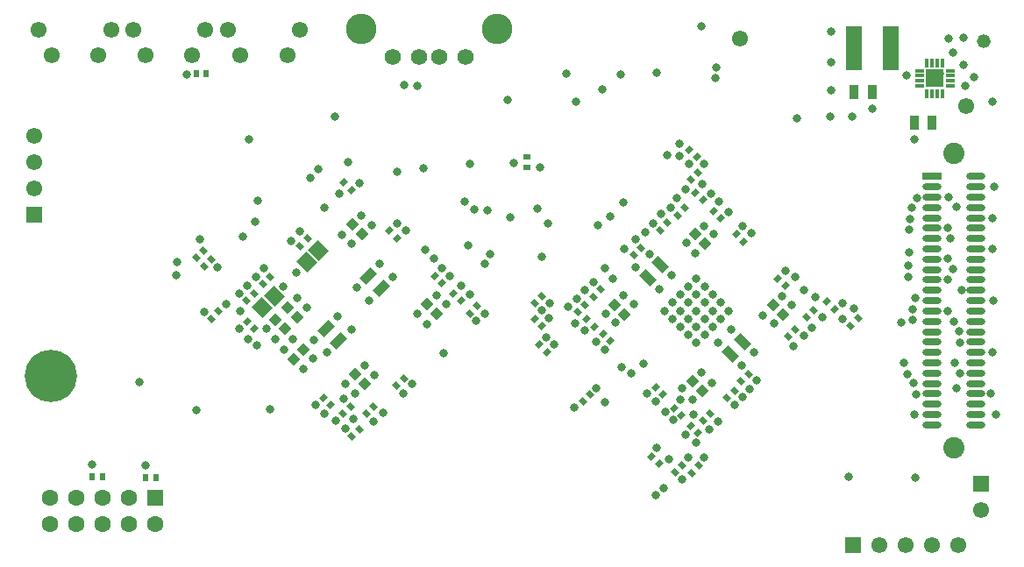
<source format=gbs>
G04*
G04 #@! TF.GenerationSoftware,Altium Limited,Altium Designer,19.1.8 (144)*
G04*
G04 Layer_Color=16711935*
%FSLAX44Y44*%
%MOMM*%
G71*
G01*
G75*
%ADD39R,0.6508X0.5508*%
%ADD40R,0.5508X0.6508*%
G04:AMPARAMS|DCode=45|XSize=0.5508mm|YSize=0.6508mm|CornerRadius=0mm|HoleSize=0mm|Usage=FLASHONLY|Rotation=45.000|XOffset=0mm|YOffset=0mm|HoleType=Round|Shape=Rectangle|*
%AMROTATEDRECTD45*
4,1,4,0.0354,-0.4248,-0.4248,0.0354,-0.0354,0.4248,0.4248,-0.0354,0.0354,-0.4248,0.0*
%
%ADD45ROTATEDRECTD45*%

%ADD49R,0.9008X1.4508*%
%ADD50R,1.5508X1.5508*%
%ADD51C,1.5508*%
%ADD52R,1.5508X1.5508*%
%ADD53R,1.6008X1.6008*%
%ADD54C,1.6008*%
%ADD55C,2.9508*%
%ADD56C,1.5708*%
%ADD57C,2.0508*%
%ADD58C,5.0508*%
%ADD59C,0.8128*%
%ADD60C,1.3208*%
%ADD106R,1.7508X1.7508*%
%ADD107R,0.9008X0.3308*%
%ADD108R,0.3308X0.9008*%
%ADD109R,1.5494X4.2508*%
%ADD110R,1.8508X0.6508*%
%ADD111O,1.8508X0.6508*%
G04:AMPARAMS|DCode=112|XSize=1.4508mm|YSize=1.3508mm|CornerRadius=0mm|HoleSize=0mm|Usage=FLASHONLY|Rotation=315.000|XOffset=0mm|YOffset=0mm|HoleType=Round|Shape=Rectangle|*
%AMROTATEDRECTD112*
4,1,4,-0.9905,0.0354,-0.0354,0.9905,0.9905,-0.0354,0.0354,-0.9905,-0.9905,0.0354,0.0*
%
%ADD112ROTATEDRECTD112*%

G04:AMPARAMS|DCode=113|XSize=0.8508mm|YSize=0.9508mm|CornerRadius=0mm|HoleSize=0mm|Usage=FLASHONLY|Rotation=135.000|XOffset=0mm|YOffset=0mm|HoleType=Round|Shape=Rectangle|*
%AMROTATEDRECTD113*
4,1,4,0.6370,0.0354,-0.0354,-0.6370,-0.6370,-0.0354,0.0354,0.6370,0.6370,0.0354,0.0*
%
%ADD113ROTATEDRECTD113*%

G04:AMPARAMS|DCode=114|XSize=0.5508mm|YSize=0.6508mm|CornerRadius=0mm|HoleSize=0mm|Usage=FLASHONLY|Rotation=315.000|XOffset=0mm|YOffset=0mm|HoleType=Round|Shape=Rectangle|*
%AMROTATEDRECTD114*
4,1,4,-0.4248,-0.0354,0.0354,0.4248,0.4248,0.0354,-0.0354,-0.4248,-0.4248,-0.0354,0.0*
%
%ADD114ROTATEDRECTD114*%

G04:AMPARAMS|DCode=115|XSize=0.8508mm|YSize=0.9508mm|CornerRadius=0mm|HoleSize=0mm|Usage=FLASHONLY|Rotation=45.000|XOffset=0mm|YOffset=0mm|HoleType=Round|Shape=Rectangle|*
%AMROTATEDRECTD115*
4,1,4,0.0354,-0.6370,-0.6370,0.0354,-0.0354,0.6370,0.6370,-0.0354,0.0354,-0.6370,0.0*
%
%ADD115ROTATEDRECTD115*%

G04:AMPARAMS|DCode=116|XSize=0.9008mm|YSize=1.4508mm|CornerRadius=0mm|HoleSize=0mm|Usage=FLASHONLY|Rotation=135.000|XOffset=0mm|YOffset=0mm|HoleType=Round|Shape=Rectangle|*
%AMROTATEDRECTD116*
4,1,4,0.8314,0.1945,-0.1945,-0.8314,-0.8314,-0.1945,0.1945,0.8314,0.8314,0.1945,0.0*
%
%ADD116ROTATEDRECTD116*%

G04:AMPARAMS|DCode=117|XSize=0.9008mm|YSize=1.4508mm|CornerRadius=0mm|HoleSize=0mm|Usage=FLASHONLY|Rotation=225.000|XOffset=0mm|YOffset=0mm|HoleType=Round|Shape=Rectangle|*
%AMROTATEDRECTD117*
4,1,4,-0.1945,0.8314,0.8314,-0.1945,0.1945,-0.8314,-0.8314,0.1945,-0.1945,0.8314,0.0*
%
%ADD117ROTATEDRECTD117*%

D39*
X498000Y390000D02*
D03*
Y400000D02*
D03*
D40*
X88000Y90500D02*
D03*
X78000D02*
D03*
X129500Y89750D02*
D03*
X139500D02*
D03*
X178250Y480000D02*
D03*
X188250D02*
D03*
D45*
X505215Y258465D02*
D03*
X512285Y265536D02*
D03*
X193286Y301285D02*
D03*
X186215Y294214D02*
D03*
X178214Y302465D02*
D03*
X185285Y309536D02*
D03*
X227215Y260965D02*
D03*
X234286Y268036D02*
D03*
X285786Y321035D02*
D03*
X278715Y313965D02*
D03*
X335785Y137036D02*
D03*
X328714Y129965D02*
D03*
X379035Y185786D02*
D03*
X371964Y178715D02*
D03*
X349535Y158785D02*
D03*
X342464Y151714D02*
D03*
X327285Y158785D02*
D03*
X320215Y151714D02*
D03*
X242964Y277215D02*
D03*
X250035Y284286D02*
D03*
X442464Y248715D02*
D03*
X449535Y255786D02*
D03*
X192715Y243465D02*
D03*
X199785Y250536D02*
D03*
X551964Y163715D02*
D03*
X559035Y170786D02*
D03*
X554035Y257036D02*
D03*
X546964Y249965D02*
D03*
X568786Y271786D02*
D03*
X561715Y264715D02*
D03*
X675035Y152036D02*
D03*
X667964Y144965D02*
D03*
X690965Y167215D02*
D03*
X698036Y174286D02*
D03*
X711786Y190035D02*
D03*
X704715Y182964D02*
D03*
X817535Y243785D02*
D03*
X810464Y236714D02*
D03*
X749715Y226215D02*
D03*
X756786Y233286D02*
D03*
X767964Y244715D02*
D03*
X775035Y251786D02*
D03*
X655965Y377965D02*
D03*
X663036Y385036D02*
D03*
X626214Y328965D02*
D03*
X633285Y336035D02*
D03*
X643214Y343465D02*
D03*
X650285Y350536D02*
D03*
X607785Y311786D02*
D03*
X600714Y304715D02*
D03*
X656714Y94465D02*
D03*
X663785Y101536D02*
D03*
X640714Y94965D02*
D03*
X647785Y102036D02*
D03*
D49*
X830966Y462250D02*
D03*
X813466D02*
D03*
X871750Y433250D02*
D03*
X889250D02*
D03*
D50*
X812850Y24500D02*
D03*
D51*
X838250D02*
D03*
X863650D02*
D03*
X889050D02*
D03*
X914450D02*
D03*
X22000Y420400D02*
D03*
Y395000D02*
D03*
Y369600D02*
D03*
X96500Y522750D02*
D03*
X84000Y497750D02*
D03*
X39000D02*
D03*
X26500Y522750D02*
D03*
X187250D02*
D03*
X174750Y497750D02*
D03*
X129750D02*
D03*
X117250Y522750D02*
D03*
X278750D02*
D03*
X266250Y497750D02*
D03*
X221250D02*
D03*
X208750Y522750D02*
D03*
X936750Y58850D02*
D03*
X703500Y514000D02*
D03*
X922000Y448750D02*
D03*
D52*
X22000Y344200D02*
D03*
X936750Y84250D02*
D03*
D53*
X139050Y70500D02*
D03*
D54*
X113650D02*
D03*
X88250D02*
D03*
X62850D02*
D03*
X37450D02*
D03*
X139050Y45100D02*
D03*
X113650D02*
D03*
X88250D02*
D03*
X62850D02*
D03*
X37450D02*
D03*
D55*
X469200Y523850D02*
D03*
X337800D02*
D03*
D56*
X438500Y496750D02*
D03*
X413500D02*
D03*
X393500D02*
D03*
X368500D02*
D03*
D57*
X910250Y118500D02*
D03*
Y403500D02*
D03*
D58*
X37750Y188500D02*
D03*
D59*
X630387Y251250D02*
D03*
X638165Y259028D02*
D03*
X645944Y266806D02*
D03*
X653722Y274585D02*
D03*
X661500Y282363D02*
D03*
X638165Y243472D02*
D03*
X645944Y251250D02*
D03*
X653722Y259028D02*
D03*
X661500Y266806D02*
D03*
X669278Y274585D02*
D03*
X645944Y235694D02*
D03*
X653722Y243472D02*
D03*
X661500Y251250D02*
D03*
X669278Y259028D02*
D03*
X677056Y266806D02*
D03*
X653722Y227915D02*
D03*
X661500Y235694D02*
D03*
X669278Y243472D02*
D03*
X677056Y251250D02*
D03*
X684835Y259028D02*
D03*
X661500Y220137D02*
D03*
X669278Y227915D02*
D03*
X677056Y235694D02*
D03*
X684835Y243472D02*
D03*
X692613Y251250D02*
D03*
X630000Y80000D02*
D03*
X621929Y72750D02*
D03*
X765291Y271209D02*
D03*
X680381Y486608D02*
D03*
X791000Y439000D02*
D03*
X811750Y439250D02*
D03*
X791500Y464250D02*
D03*
X791250Y491500D02*
D03*
Y520750D02*
D03*
X831500Y446750D02*
D03*
X905250Y514250D02*
D03*
X909000Y500500D02*
D03*
X919000Y488500D02*
D03*
X919500Y514750D02*
D03*
X887500Y471500D02*
D03*
X896000D02*
D03*
X887250Y480000D02*
D03*
X896250D02*
D03*
X871750Y417000D02*
D03*
X864501Y478251D02*
D03*
X921248Y468248D02*
D03*
X929750Y476714D02*
D03*
X562250Y279250D02*
D03*
X553362Y271000D02*
D03*
X680000Y475750D02*
D03*
X758300Y436800D02*
D03*
X221000Y250500D02*
D03*
X235500Y337500D02*
D03*
X379250Y469000D02*
D03*
X392250Y468750D02*
D03*
X159750Y298000D02*
D03*
X910892Y200594D02*
D03*
X916250Y190500D02*
D03*
X229231Y417231D02*
D03*
X199250Y293250D02*
D03*
X129500Y101500D02*
D03*
X78000Y102500D02*
D03*
X510500Y389750D02*
D03*
X485000Y393750D02*
D03*
X169000Y479750D02*
D03*
X437500Y356750D02*
D03*
X462371Y306099D02*
D03*
X335750Y374500D02*
D03*
X610750Y199750D02*
D03*
X598377Y190593D02*
D03*
X573250Y163000D02*
D03*
X565000Y176500D02*
D03*
X589000Y196428D02*
D03*
X591250Y356000D02*
D03*
X316750Y364250D02*
D03*
X302613Y351101D02*
D03*
X447250Y349000D02*
D03*
X578500Y342500D02*
D03*
X508250Y349750D02*
D03*
X459750Y348500D02*
D03*
X481750Y341750D02*
D03*
X517750Y336000D02*
D03*
X611750Y327000D02*
D03*
X566250Y333750D02*
D03*
X440750Y314250D02*
D03*
X442620Y266597D02*
D03*
X387250Y180250D02*
D03*
X320500Y166250D02*
D03*
X294112Y160183D02*
D03*
X270250Y318750D02*
D03*
X330000Y146500D02*
D03*
X186000Y250179D02*
D03*
X380719Y328882D02*
D03*
X372500Y335750D02*
D03*
X407868Y302099D02*
D03*
X399250Y310250D02*
D03*
X434119Y275347D02*
D03*
X359000Y152750D02*
D03*
X313000Y145250D02*
D03*
X322250Y137750D02*
D03*
X301863Y152091D02*
D03*
X237250Y217750D02*
D03*
X220250Y234250D02*
D03*
X255000Y224000D02*
D03*
X276250Y263500D02*
D03*
X285500Y254558D02*
D03*
X275500Y288500D02*
D03*
X262750Y274750D02*
D03*
X235860Y284348D02*
D03*
X244000Y292500D02*
D03*
X228609Y223666D02*
D03*
X207077Y258000D02*
D03*
X227609Y275847D02*
D03*
X349750Y144000D02*
D03*
X378750Y171180D02*
D03*
X417462Y210250D02*
D03*
X456744Y248750D02*
D03*
X423500Y285000D02*
D03*
X456750Y296243D02*
D03*
X324990Y395000D02*
D03*
X278499Y328000D02*
D03*
X220000Y268250D02*
D03*
X867250Y308000D02*
D03*
X913000Y176750D02*
D03*
X872250Y151000D02*
D03*
X873891Y170842D02*
D03*
X871552Y181668D02*
D03*
X864890Y190093D02*
D03*
X915301Y231168D02*
D03*
X910142Y241096D02*
D03*
X904392Y250846D02*
D03*
X872750Y263750D02*
D03*
X870390Y242096D02*
D03*
Y252846D02*
D03*
X904346Y281317D02*
D03*
X917643Y270847D02*
D03*
X865890Y284098D02*
D03*
X866000Y295000D02*
D03*
X570250Y465000D02*
D03*
X535500Y480000D02*
D03*
X588668Y479418D02*
D03*
X623250Y481250D02*
D03*
X479101Y454649D02*
D03*
X947250Y211000D02*
D03*
X948250Y261000D02*
D03*
X947000Y311000D02*
D03*
X947500Y341000D02*
D03*
X948750Y371000D02*
D03*
X950750Y151000D02*
D03*
X904392Y331600D02*
D03*
X520000Y258950D02*
D03*
X564500Y221425D02*
D03*
X613500Y171430D02*
D03*
X635000Y108077D02*
D03*
X653750Y109801D02*
D03*
X669000Y109551D02*
D03*
X673720Y136500D02*
D03*
X706250Y167609D02*
D03*
X712501Y175500D02*
D03*
X755500Y217354D02*
D03*
X802950Y243500D02*
D03*
X803000Y258950D02*
D03*
X667500Y373923D02*
D03*
X654250Y393200D02*
D03*
X516500Y225750D02*
D03*
X524374Y218345D02*
D03*
X519250Y243750D02*
D03*
X537750Y254750D02*
D03*
X546250Y263000D02*
D03*
X553375Y232095D02*
D03*
X544750Y239000D02*
D03*
X591500Y310750D02*
D03*
X602500Y320750D02*
D03*
X573376Y292598D02*
D03*
X627250Y344750D02*
D03*
X636500Y350750D02*
D03*
X642368Y359969D02*
D03*
X668500Y393250D02*
D03*
X675631Y364602D02*
D03*
X714500Y326000D02*
D03*
X706133Y333100D02*
D03*
X756971Y283630D02*
D03*
X747635Y289598D02*
D03*
X772960Y235250D02*
D03*
X765385Y227595D02*
D03*
X783250Y245000D02*
D03*
X719750Y183750D02*
D03*
X682500Y144000D02*
D03*
X622250Y163429D02*
D03*
X647679Y88000D02*
D03*
X668750Y333442D02*
D03*
X652058Y316750D02*
D03*
X660750Y307058D02*
D03*
X616000Y306124D02*
D03*
X583500Y239558D02*
D03*
X645129Y400854D02*
D03*
X651130Y368352D02*
D03*
X512138Y251725D02*
D03*
X573500Y214000D02*
D03*
X623378Y118590D02*
D03*
X813500Y253500D02*
D03*
X543500Y157500D02*
D03*
X945500Y171250D02*
D03*
X916000Y220500D02*
D03*
X909250Y291500D02*
D03*
X904892Y361102D02*
D03*
X912500Y351750D02*
D03*
X683381Y356851D02*
D03*
X906642Y320850D02*
D03*
X904346Y301683D02*
D03*
X874750Y360500D02*
D03*
X869140Y350851D02*
D03*
X868140Y340101D02*
D03*
X867250Y329250D02*
D03*
X512000Y303500D02*
D03*
X947250Y453250D02*
D03*
X666500Y526500D02*
D03*
X808250Y90750D02*
D03*
X872750Y90250D02*
D03*
X644750Y412500D02*
D03*
X178750Y155000D02*
D03*
X545250Y453500D02*
D03*
X442750Y392750D02*
D03*
X372250Y385500D02*
D03*
X398134Y388750D02*
D03*
X159250Y286000D02*
D03*
X288250Y380000D02*
D03*
X296500Y387780D02*
D03*
X238250Y357250D02*
D03*
X223500Y322750D02*
D03*
X312250Y439250D02*
D03*
X123500Y182000D02*
D03*
X639129Y146091D02*
D03*
X651442Y131590D02*
D03*
X659000Y151000D02*
D03*
X646241Y165500D02*
D03*
X698179Y160000D02*
D03*
X633500Y401500D02*
D03*
X776386Y264097D02*
D03*
X725750Y247000D02*
D03*
X736500Y238750D02*
D03*
X753750Y257250D02*
D03*
X743750Y265000D02*
D03*
X692750Y347000D02*
D03*
X678500Y325500D02*
D03*
X619750Y336000D02*
D03*
X637750Y285250D02*
D03*
X625250Y271750D02*
D03*
X602750Y293000D02*
D03*
X448723Y241684D02*
D03*
X415618Y292348D02*
D03*
X419500Y257500D02*
D03*
X410500Y266000D02*
D03*
X401500Y238500D02*
D03*
X392250Y248750D02*
D03*
X368500Y283750D02*
D03*
X355750Y296500D02*
D03*
X345250Y261000D02*
D03*
X333250Y274000D02*
D03*
X338000Y343250D02*
D03*
X348250Y334250D02*
D03*
X319500Y325000D02*
D03*
X328750Y315750D02*
D03*
X315000Y246000D02*
D03*
X328250Y233500D02*
D03*
X304500Y211000D02*
D03*
X292250Y223250D02*
D03*
X246500Y234000D02*
D03*
X271750Y223500D02*
D03*
X263000Y213500D02*
D03*
X291500Y205500D02*
D03*
X281500Y195250D02*
D03*
X340750Y198250D02*
D03*
X350500Y189000D02*
D03*
X322250Y180750D02*
D03*
X332000Y171250D02*
D03*
X182000Y320750D02*
D03*
X631379Y153841D02*
D03*
X647630Y176343D02*
D03*
X657380Y165342D02*
D03*
X676750Y181250D02*
D03*
X666250Y191500D02*
D03*
X591250Y266000D02*
D03*
X601250Y257500D02*
D03*
X573750Y248000D02*
D03*
X705500Y198750D02*
D03*
X717250Y211500D02*
D03*
X695250Y232750D02*
D03*
X682750Y220750D02*
D03*
X661380Y123590D02*
D03*
X250000Y156250D02*
D03*
X861500Y201000D02*
D03*
X859723Y240335D02*
D03*
X581000Y282250D02*
D03*
D60*
X938500Y511500D02*
D03*
D106*
X891750Y475750D02*
D03*
D107*
X877000Y483252D02*
D03*
Y478251D02*
D03*
Y473249D02*
D03*
Y468248D02*
D03*
X906500D02*
D03*
Y473249D02*
D03*
Y478251D02*
D03*
Y483252D02*
D03*
D108*
X884250Y461000D02*
D03*
X889250D02*
D03*
X894250D02*
D03*
X899250D02*
D03*
Y490500D02*
D03*
X894250D02*
D03*
X889250D02*
D03*
X884250D02*
D03*
D109*
X849534Y505000D02*
D03*
X813466D02*
D03*
D110*
X889250Y381000D02*
D03*
D111*
Y371000D02*
D03*
Y361000D02*
D03*
Y351000D02*
D03*
Y341000D02*
D03*
Y331000D02*
D03*
Y321000D02*
D03*
Y311000D02*
D03*
Y301000D02*
D03*
Y291000D02*
D03*
Y281000D02*
D03*
Y271000D02*
D03*
Y261000D02*
D03*
Y251000D02*
D03*
Y241000D02*
D03*
Y231000D02*
D03*
Y221000D02*
D03*
Y211000D02*
D03*
Y201000D02*
D03*
Y191000D02*
D03*
Y181000D02*
D03*
Y171000D02*
D03*
Y161000D02*
D03*
Y151000D02*
D03*
Y141000D02*
D03*
X931250Y381000D02*
D03*
Y371000D02*
D03*
Y361000D02*
D03*
Y351000D02*
D03*
Y341000D02*
D03*
Y331000D02*
D03*
Y321000D02*
D03*
Y311000D02*
D03*
Y301000D02*
D03*
Y291000D02*
D03*
Y281000D02*
D03*
Y271000D02*
D03*
Y261000D02*
D03*
Y251000D02*
D03*
Y241000D02*
D03*
Y231000D02*
D03*
Y221000D02*
D03*
Y211000D02*
D03*
Y201000D02*
D03*
Y191000D02*
D03*
Y181000D02*
D03*
Y171000D02*
D03*
Y161000D02*
D03*
Y151000D02*
D03*
Y141000D02*
D03*
D112*
X242343Y254093D02*
D03*
X253657Y265407D02*
D03*
X296657Y309657D02*
D03*
X285343Y298343D02*
D03*
D113*
X264096Y233654D02*
D03*
X254904Y242846D02*
D03*
X275846Y244904D02*
D03*
X266654Y254096D02*
D03*
X582654Y257096D02*
D03*
X591846Y247904D02*
D03*
X669596Y315904D02*
D03*
X660404Y325096D02*
D03*
X667346Y173654D02*
D03*
X658154Y182846D02*
D03*
X744846Y247404D02*
D03*
X735654Y256596D02*
D03*
X341096Y180404D02*
D03*
X331904Y189596D02*
D03*
X410346Y248154D02*
D03*
X401154Y257346D02*
D03*
X338346Y325404D02*
D03*
X329154Y334596D02*
D03*
D114*
X321214Y375036D02*
D03*
X328285Y367965D02*
D03*
X301215Y167285D02*
D03*
X308286Y160215D02*
D03*
X408714Y285035D02*
D03*
X415785Y277964D02*
D03*
X434035Y260714D02*
D03*
X426964Y267785D02*
D03*
X372285Y321465D02*
D03*
X365215Y328535D02*
D03*
X234785Y233715D02*
D03*
X227715Y240786D02*
D03*
X517035Y211465D02*
D03*
X509964Y218535D02*
D03*
X505465Y243286D02*
D03*
X512536Y236215D02*
D03*
X555714Y243036D02*
D03*
X562785Y235965D02*
D03*
X578285Y221714D02*
D03*
X571214Y228785D02*
D03*
X629035Y170215D02*
D03*
X621964Y177285D02*
D03*
X662785Y133215D02*
D03*
X655714Y140286D02*
D03*
X639715Y157285D02*
D03*
X646786Y150215D02*
D03*
X787465Y260035D02*
D03*
X794536Y252964D02*
D03*
X699715Y325285D02*
D03*
X706786Y318214D02*
D03*
X685285Y340465D02*
D03*
X678214Y347536D02*
D03*
X667785Y358214D02*
D03*
X660714Y365285D02*
D03*
X654715Y407035D02*
D03*
X661786Y399964D02*
D03*
X740214Y282285D02*
D03*
X747286Y275215D02*
D03*
X618214Y110286D02*
D03*
X625285Y103215D02*
D03*
D115*
X272654Y204654D02*
D03*
X281846Y213846D02*
D03*
D116*
X303563Y234187D02*
D03*
X315937Y221813D02*
D03*
X344563Y284937D02*
D03*
X356937Y272563D02*
D03*
D117*
X614313Y283063D02*
D03*
X626687Y295437D02*
D03*
X706187Y221687D02*
D03*
X693813Y209313D02*
D03*
M02*

</source>
